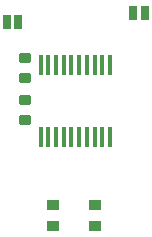
<source format=gtp>
G04 Layer_Color=8421504*
%FSLAX44Y44*%
%MOMM*%
G71*
G01*
G75*
G04:AMPARAMS|DCode=10|XSize=1mm|YSize=0.9mm|CornerRadius=0.1125mm|HoleSize=0mm|Usage=FLASHONLY|Rotation=0.000|XOffset=0mm|YOffset=0mm|HoleType=Round|Shape=RoundedRectangle|*
%AMROUNDEDRECTD10*
21,1,1.0000,0.6750,0,0,0.0*
21,1,0.7750,0.9000,0,0,0.0*
1,1,0.2250,0.3875,-0.3375*
1,1,0.2250,-0.3875,-0.3375*
1,1,0.2250,-0.3875,0.3375*
1,1,0.2250,0.3875,0.3375*
%
%ADD10ROUNDEDRECTD10*%
%ADD11R,0.6350X1.2700*%
%ADD12R,0.4064X1.6510*%
%ADD13R,1.0160X0.8636*%
D10*
X83000Y108500D02*
D03*
Y125500D02*
D03*
Y143500D02*
D03*
Y160500D02*
D03*
D11*
X185080Y199000D02*
D03*
X174920D02*
D03*
X77572Y191000D02*
D03*
X68500D02*
D03*
D12*
X96750Y154734D02*
D03*
X103250D02*
D03*
X109750D02*
D03*
X122750D02*
D03*
X116250D02*
D03*
X129250D02*
D03*
X135802D02*
D03*
X142406D02*
D03*
X148756D02*
D03*
X155360D02*
D03*
X96750Y93500D02*
D03*
X103250D02*
D03*
X109750D02*
D03*
X116250D02*
D03*
X122750D02*
D03*
X129250D02*
D03*
X135802D02*
D03*
X142406D02*
D03*
X148756D02*
D03*
X155360D02*
D03*
D13*
X142526Y18250D02*
D03*
X107500D02*
D03*
X142526Y35890D02*
D03*
X107500D02*
D03*
M02*

</source>
